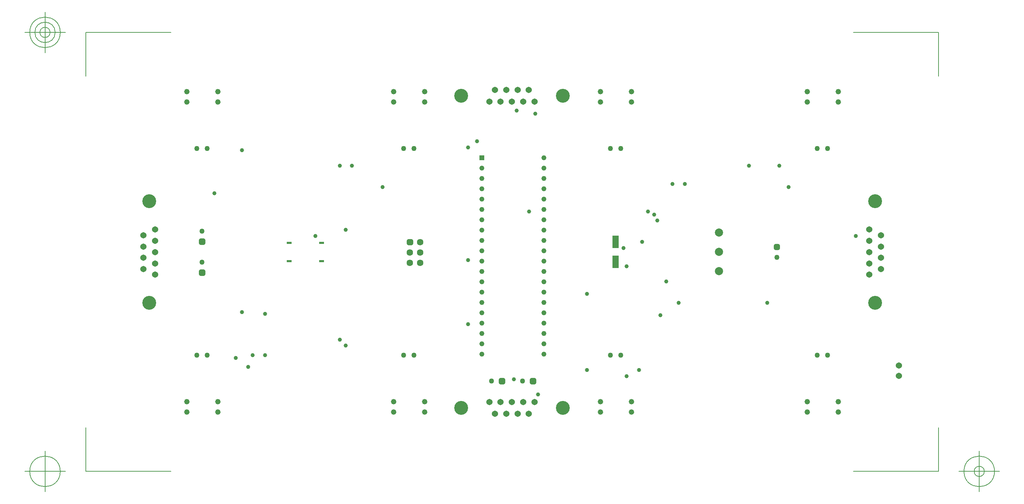
<source format=gbr>
G04 Generated by Ultiboard 13.0 *
%FSLAX34Y34*%
%MOMM*%

%ADD10C,0.0001*%
%ADD11C,0.1270*%
%ADD12C,1.2700*%
%ADD13R,0.6350X0.6350*%
%ADD14C,0.8890*%
%ADD15C,1.5366*%
%ADD16C,1.5367*%
%ADD17C,3.4036*%
%ADD18C,1.3208*%
%ADD19R,1.6000X3.1500*%
%ADD20C,2.0056*%
%ADD21C,1.6088*%
%ADD22R,0.5291X0.5291*%
%ADD23C,0.9949*%
%ADD24R,1.3000X0.6000*%
%ADD25C,1.2446*%
%ADD26R,1.2446X1.2446*%
%ADD27C,1.0000*%


G04 ColorRGB FF00CC for the following layer *
%LNSolder Mask Top*%
%LPD*%
G54D10*
G54D11*
X-31464Y-31464D02*
X-31464Y76429D01*
X-31464Y-31464D02*
X178029Y-31464D01*
X2063464Y-31464D02*
X1853971Y-31464D01*
X2063464Y-31464D02*
X2063464Y76429D01*
X2063464Y1047464D02*
X2063464Y939571D01*
X2063464Y1047464D02*
X1853971Y1047464D01*
X-31464Y1047464D02*
X178029Y1047464D01*
X-31464Y1047464D02*
X-31464Y939571D01*
X-81464Y-31464D02*
X-181464Y-31464D01*
X-131464Y-81464D02*
X-131464Y18536D01*
X-168964Y-31464D02*
G75*
D01*
G02X-168964Y-31464I37500J0*
G01*
X2113464Y-31464D02*
X2213464Y-31464D01*
X2163464Y-81464D02*
X2163464Y18536D01*
X2125964Y-31464D02*
G75*
D01*
G02X2125964Y-31464I37500J0*
G01*
X2150964Y-31464D02*
G75*
D01*
G02X2150964Y-31464I12500J0*
G01*
X-81464Y1047464D02*
X-181464Y1047464D01*
X-131464Y997464D02*
X-131464Y1097464D01*
X-168964Y1047464D02*
G75*
D01*
G02X-168964Y1047464I37500J0*
G01*
X-156464Y1047464D02*
G75*
D01*
G02X-156464Y1047464I25000J0*
G01*
X-143964Y1047464D02*
G75*
D01*
G02X-143964Y1047464I12500J0*
G01*
G54D12*
X1790700Y254000D03*
X1765300Y254000D03*
X1666000Y495000D03*
X266700Y762000D03*
X241300Y762000D03*
X1790700Y762000D03*
X1765300Y762000D03*
X254000Y558800D03*
X254000Y482600D03*
X266700Y254000D03*
X241300Y254000D03*
X774700Y762000D03*
X749300Y762000D03*
X1282700Y762000D03*
X1257300Y762000D03*
X1282700Y254000D03*
X1257300Y254000D03*
X774700Y254000D03*
X749300Y254000D03*
X1041400Y190500D03*
X965200Y190500D03*
G54D13*
X1666000Y520400D03*
X254000Y533400D03*
X254000Y457200D03*
X1066800Y190500D03*
X990600Y190500D03*
G54D14*
X1662825Y517225D02*
X1669175Y517225D01*
X1669175Y523575D01*
X1662825Y523575D01*
X1662825Y517225D01*D02*
X250825Y530225D02*
X257175Y530225D01*
X257175Y536575D01*
X250825Y536575D01*
X250825Y530225D01*D02*
X250825Y454025D02*
X257175Y454025D01*
X257175Y460375D01*
X250825Y460375D01*
X250825Y454025D01*D02*
X1063625Y187325D02*
X1069975Y187325D01*
X1069975Y193675D01*
X1063625Y193675D01*
X1063625Y187325D01*D02*
X987425Y187325D02*
X993775Y187325D01*
X993775Y193675D01*
X987425Y193675D01*
X987425Y187325D01*D02*
G54D15*
X1965960Y203200D03*
X1965960Y228600D03*
G54D16*
X138700Y562800D03*
X138700Y507428D03*
X138700Y452056D03*
X138700Y479742D03*
X138700Y535114D03*
X110252Y465899D03*
X110252Y521271D03*
X110252Y493585D03*
X110252Y548957D03*
X1893300Y562800D03*
X1893300Y507428D03*
X1893300Y535114D03*
X1893300Y479742D03*
X1893300Y452056D03*
X1921748Y521271D03*
X1921748Y548957D03*
X1921748Y493585D03*
X1921748Y465899D03*
X1070800Y138700D03*
X1015428Y138700D03*
X1043114Y138700D03*
X987742Y138700D03*
X960056Y138700D03*
X1029271Y110252D03*
X1056957Y110252D03*
X1001585Y110252D03*
X973899Y110252D03*
X1070800Y877300D03*
X1015428Y877300D03*
X960056Y877300D03*
X987742Y877300D03*
X1043114Y877300D03*
X973899Y905748D03*
X1029271Y905748D03*
X1001585Y905748D03*
X1056957Y905748D03*
G54D17*
X124476Y382460D03*
X124476Y632396D03*
X1907524Y632396D03*
X1907524Y382460D03*
X1140396Y124476D03*
X890460Y124476D03*
X890460Y891524D03*
X1140396Y891524D03*
G54D18*
X217108Y114300D03*
X217108Y139700D03*
X293308Y114300D03*
X293308Y139700D03*
X1741108Y114300D03*
X1741108Y139700D03*
X1817308Y114300D03*
X1817308Y139700D03*
X1741108Y901700D03*
X1741108Y876300D03*
X1817308Y901700D03*
X1817308Y876300D03*
X217108Y901700D03*
X217108Y876300D03*
X725108Y901700D03*
X725108Y876300D03*
X801308Y901700D03*
X801308Y876300D03*
X1309308Y901700D03*
X1309308Y876300D03*
X1233108Y901700D03*
X1233108Y876300D03*
X1309308Y114300D03*
X1309308Y139700D03*
X1233108Y114300D03*
X1233108Y139700D03*
X801308Y114300D03*
X801308Y139700D03*
X725108Y114300D03*
X725108Y139700D03*
X293308Y901700D03*
X293308Y876300D03*
G54D19*
X1270000Y483500D03*
X1270000Y532500D03*
G54D20*
X1524000Y555500D03*
X1524000Y508000D03*
X1524000Y460500D03*
G54D21*
X790400Y532000D03*
X790400Y481200D03*
X765000Y481200D03*
X790400Y506600D03*
X765000Y506600D03*
G54D22*
X765000Y532000D03*
G54D23*
X762355Y529355D02*
X767645Y529355D01*
X767645Y534645D01*
X762355Y534645D01*
X762355Y529355D01*D02*
G54D24*
X468050Y485500D03*
X547950Y485500D03*
X468050Y530500D03*
X547950Y530500D03*
G54D25*
X1093945Y739600D03*
X941545Y714200D03*
X941545Y688800D03*
X941545Y663400D03*
X941545Y638000D03*
X941545Y612600D03*
X941545Y587200D03*
X941545Y536400D03*
X941545Y561800D03*
X941545Y511000D03*
X941545Y460200D03*
X941545Y485600D03*
X941545Y434800D03*
X941545Y409400D03*
X941545Y384000D03*
X941545Y358600D03*
X941545Y257000D03*
X941545Y333200D03*
X941545Y307800D03*
X941545Y282400D03*
X1093945Y587200D03*
X1093945Y714200D03*
X1093945Y688800D03*
X1093945Y663400D03*
X1093945Y638000D03*
X1093945Y612600D03*
X1093945Y536400D03*
X1093945Y561800D03*
X1093945Y511000D03*
X1093945Y460200D03*
X1093945Y485600D03*
X1093945Y434800D03*
X1093945Y257000D03*
X1093945Y409400D03*
X1093945Y384000D03*
X1093945Y358600D03*
X1093945Y333200D03*
X1093945Y307800D03*
X1093945Y282400D03*
G54D26*
X941545Y739600D03*
G54D27*
X1695000Y667500D03*
X1020000Y195000D03*
X1057500Y607500D03*
X697500Y667500D03*
X1327500Y217500D03*
X592500Y292500D03*
X930000Y780000D03*
X532500Y547500D03*
X1380000Y352500D03*
X1372500Y585000D03*
X1350000Y607500D03*
X1297500Y202500D03*
X1365000Y600000D03*
X1027500Y855000D03*
X607500Y562500D03*
X907500Y487500D03*
X592500Y720000D03*
X622500Y720000D03*
X1425000Y382500D03*
X1642500Y382500D03*
X1597500Y720000D03*
X1672500Y720000D03*
X1072500Y847500D03*
X1200000Y217500D03*
X1200000Y405000D03*
X1297500Y472500D03*
X1290000Y517500D03*
X907500Y765000D03*
X1440000Y675000D03*
X1410000Y675000D03*
X1860000Y547500D03*
X285000Y652500D03*
X1080000Y157500D03*
X1335000Y532500D03*
X1395000Y435000D03*
X352500Y757500D03*
X607500Y277500D03*
X907500Y330000D03*
X367500Y225000D03*
X408700Y254000D03*
X337500Y247500D03*
X378700Y254000D03*
X408700Y355600D03*
X352500Y360000D03*

M02*

</source>
